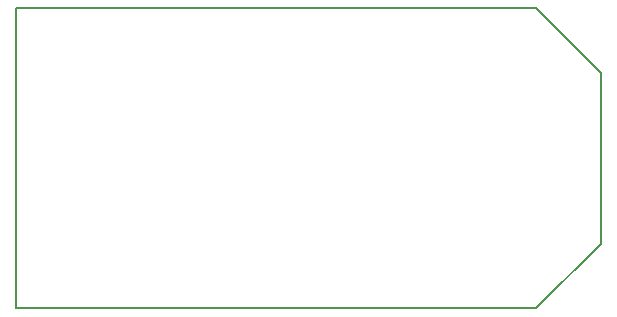
<source format=gbr>
%TF.GenerationSoftware,KiCad,Pcbnew,(5.1.9)-1*%
%TF.CreationDate,2021-09-09T09:31:17+08:00*%
%TF.ProjectId,RP2040,52503230-3430-42e6-9b69-6361645f7063,rev?*%
%TF.SameCoordinates,Original*%
%TF.FileFunction,Profile,NP*%
%FSLAX46Y46*%
G04 Gerber Fmt 4.6, Leading zero omitted, Abs format (unit mm)*
G04 Created by KiCad (PCBNEW (5.1.9)-1) date 2021-09-09 09:31:17*
%MOMM*%
%LPD*%
G01*
G04 APERTURE LIST*
%TA.AperFunction,Profile*%
%ADD10C,0.200000*%
%TD*%
G04 APERTURE END LIST*
D10*
X171069000Y-101602195D02*
X176530000Y-96141200D01*
X171069000Y-76202201D02*
X176530000Y-81663201D01*
X127000399Y-101602201D02*
X127000399Y-76202206D01*
X176530000Y-96141200D02*
X176530000Y-81663201D01*
X127000399Y-76202206D02*
X171069000Y-76202201D01*
X127000399Y-101602201D02*
X171069000Y-101602195D01*
M02*

</source>
